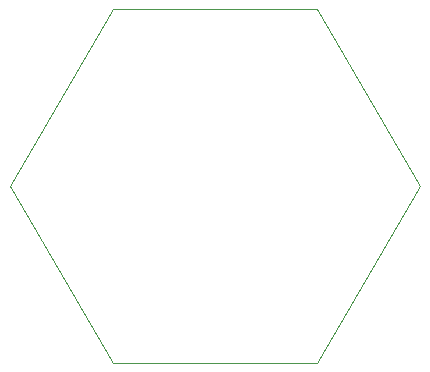
<source format=gbr>
%TF.GenerationSoftware,Altium Limited,Altium Designer,25.8.1 (18)*%
G04 Layer_Color=0*
%FSLAX45Y45*%
%MOMM*%
%TF.SameCoordinates,D209C50B-13B8-4165-AD63-5D07F8741E93*%
%TF.FilePolarity,Positive*%
%TF.FileFunction,Profile,NP*%
%TF.Part,Single*%
G01*
G75*
%TA.AperFunction,Profile*%
%ADD66C,0.02540*%
D66*
X-865988Y-1499997D02*
X865988D01*
X1732001Y0D01*
X865988Y1499997D01*
X-865988D01*
X-1732001Y0D01*
X-865988Y-1499997D01*
%TF.MD5,dcc89e2653f6ead217d33b4170b9a554*%
M02*

</source>
